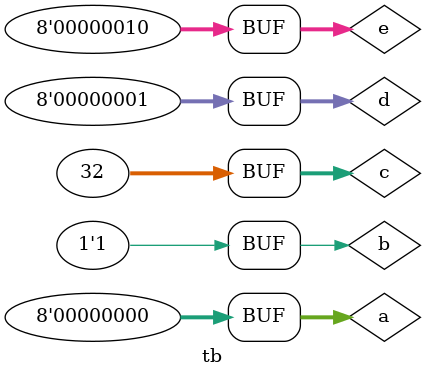
<source format=sv>
module tb;

   // Comment #1:
   //    primitive data types usage
   logic [7:0] a;
   bit         b;
   int         c;

   // Comment #2:
   //    typedef is used to give a user-defined name
   //    to existing 'logic' data type
   typedef logic [7:0] vec8_t;

   // Comment #3:
   //    The named data type can be used now to declare other variables
   vec8_t d, e;

   initial begin
      a= 8'd0;
      b= 1'b1;
      c= 32;
      d= 8'd1;
      e= 8'd2;
   end

endmodule

</source>
